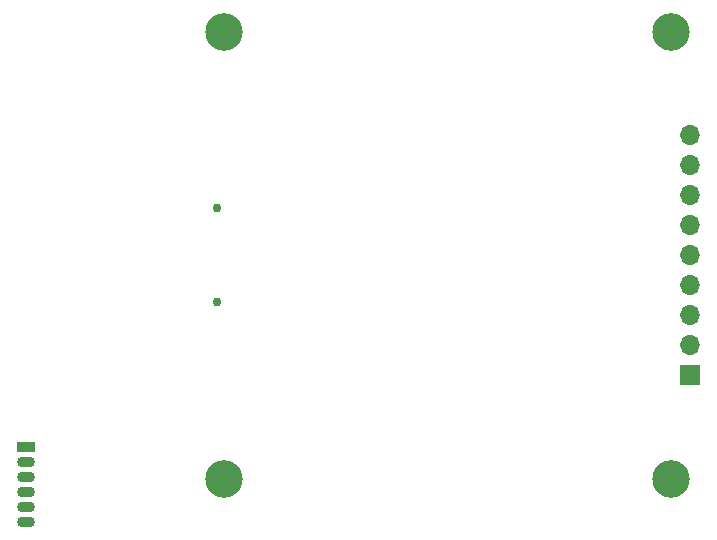
<source format=gbs>
G04 #@! TF.GenerationSoftware,KiCad,Pcbnew,(6.0.11)*
G04 #@! TF.CreationDate,2024-02-18T11:49:07+01:00*
G04 #@! TF.ProjectId,8-Cell Balancer Charger,382d4365-6c6c-4204-9261-6c616e636572,rev?*
G04 #@! TF.SameCoordinates,Original*
G04 #@! TF.FileFunction,Soldermask,Bot*
G04 #@! TF.FilePolarity,Negative*
%FSLAX46Y46*%
G04 Gerber Fmt 4.6, Leading zero omitted, Abs format (unit mm)*
G04 Created by KiCad (PCBNEW (6.0.11)) date 2024-02-18 11:49:07*
%MOMM*%
%LPD*%
G01*
G04 APERTURE LIST*
%ADD10R,1.700000X1.700000*%
%ADD11O,1.700000X1.700000*%
%ADD12C,0.750000*%
%ADD13R,1.500000X0.910000*%
%ADD14O,1.500000X0.910000*%
%ADD15C,3.180000*%
G04 APERTURE END LIST*
D10*
X28000000Y-10160000D03*
D11*
X28000000Y-7620000D03*
X28000000Y-5080000D03*
X28000000Y-2540000D03*
X28000000Y0D03*
X28000000Y2540000D03*
X28000000Y5080000D03*
X28000000Y7620000D03*
X28000000Y10160000D03*
D12*
X-12000000Y-4000000D03*
D13*
X-28200000Y-16225000D03*
D14*
X-28200000Y-17495000D03*
X-28200000Y-18765000D03*
X-28200000Y-20035000D03*
X-28200000Y-21305000D03*
X-28200000Y-22575000D03*
D15*
X26430000Y18930000D03*
X-11430000Y-18930000D03*
D12*
X-12000000Y4000000D03*
D15*
X-11430000Y18930000D03*
X26430000Y-18930000D03*
M02*

</source>
